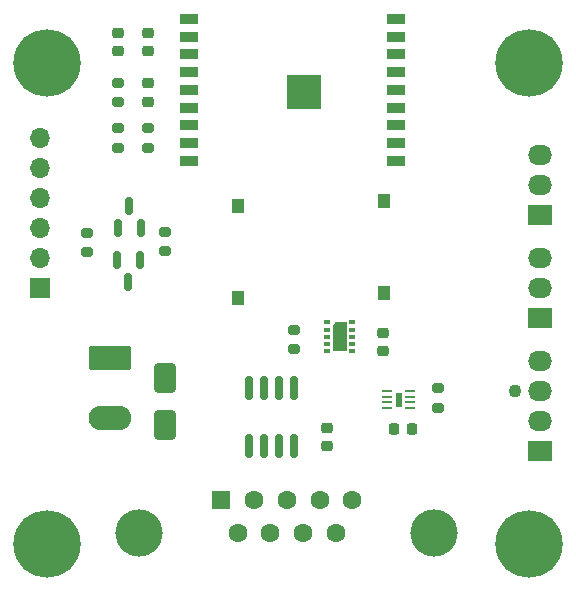
<source format=gbr>
%TF.GenerationSoftware,KiCad,Pcbnew,9.0.0*%
%TF.CreationDate,2025-03-19T13:45:40+03:00*%
%TF.ProjectId,End_striyel Sens_r Mod_l_,456e64fc-7374-4726-9979-656c2053656e,rev?*%
%TF.SameCoordinates,Original*%
%TF.FileFunction,Soldermask,Top*%
%TF.FilePolarity,Negative*%
%FSLAX46Y46*%
G04 Gerber Fmt 4.6, Leading zero omitted, Abs format (unit mm)*
G04 Created by KiCad (PCBNEW 9.0.0) date 2025-03-19 13:45:40*
%MOMM*%
%LPD*%
G01*
G04 APERTURE LIST*
G04 Aperture macros list*
%AMRoundRect*
0 Rectangle with rounded corners*
0 $1 Rounding radius*
0 $2 $3 $4 $5 $6 $7 $8 $9 X,Y pos of 4 corners*
0 Add a 4 corners polygon primitive as box body*
4,1,4,$2,$3,$4,$5,$6,$7,$8,$9,$2,$3,0*
0 Add four circle primitives for the rounded corners*
1,1,$1+$1,$2,$3*
1,1,$1+$1,$4,$5*
1,1,$1+$1,$6,$7*
1,1,$1+$1,$8,$9*
0 Add four rect primitives between the rounded corners*
20,1,$1+$1,$2,$3,$4,$5,0*
20,1,$1+$1,$4,$5,$6,$7,0*
20,1,$1+$1,$6,$7,$8,$9,0*
20,1,$1+$1,$8,$9,$2,$3,0*%
%AMOutline4P*
0 Free polygon, 4 corners , with rotation*
0 The origin of the aperture is its center*
0 number of corners: always 4*
0 $1 to $8 corner X, Y*
0 $9 Rotation angle, in degrees counterclockwise*
0 create outline with 4 corners*
4,1,4,$1,$2,$3,$4,$5,$6,$7,$8,$1,$2,$9*%
G04 Aperture macros list end*
%ADD10C,3.600000*%
%ADD11C,5.700000*%
%ADD12RoundRect,0.225000X0.250000X-0.225000X0.250000X0.225000X-0.250000X0.225000X-0.250000X-0.225000X0*%
%ADD13RoundRect,0.225000X-0.250000X0.225000X-0.250000X-0.225000X0.250000X-0.225000X0.250000X0.225000X0*%
%ADD14RoundRect,0.250000X0.650000X-1.000000X0.650000X1.000000X-0.650000X1.000000X-0.650000X-1.000000X0*%
%ADD15RoundRect,0.150000X-0.150000X0.825000X-0.150000X-0.825000X0.150000X-0.825000X0.150000X0.825000X0*%
%ADD16RoundRect,0.150000X-0.150000X0.587500X-0.150000X-0.587500X0.150000X-0.587500X0.150000X0.587500X0*%
%ADD17R,1.000000X1.250000*%
%ADD18RoundRect,0.200000X-0.275000X0.200000X-0.275000X-0.200000X0.275000X-0.200000X0.275000X0.200000X0*%
%ADD19RoundRect,0.225000X0.225000X0.250000X-0.225000X0.250000X-0.225000X-0.250000X0.225000X-0.250000X0*%
%ADD20RoundRect,0.200000X0.275000X-0.200000X0.275000X0.200000X-0.275000X0.200000X-0.275000X-0.200000X0*%
%ADD21RoundRect,0.150000X0.150000X-0.587500X0.150000X0.587500X-0.150000X0.587500X-0.150000X-0.587500X0*%
%ADD22R,1.500000X0.900000*%
%ADD23C,0.600000*%
%ADD24R,2.900000X2.900000*%
%ADD25R,1.700000X1.700000*%
%ADD26O,1.700000X1.700000*%
%ADD27C,4.000000*%
%ADD28R,1.600000X1.600000*%
%ADD29C,1.600000*%
%ADD30RoundRect,0.062500X-0.325000X-0.062500X0.325000X-0.062500X0.325000X0.062500X-0.325000X0.062500X0*%
%ADD31R,0.600000X1.200000*%
%ADD32RoundRect,0.249999X-1.550001X0.790001X-1.550001X-0.790001X1.550001X-0.790001X1.550001X0.790001X0*%
%ADD33O,3.600000X2.080000*%
%ADD34R,2.030000X1.730000*%
%ADD35O,2.030000X1.730000*%
%ADD36C,1.100000*%
%ADD37R,0.600000X0.400000*%
%ADD38Outline4P,-0.650000X-0.150000X0.650000X-0.150000X0.350000X0.150000X-0.350000X0.150000X0.000000*%
%ADD39R,1.300000X2.200000*%
%ADD40R,1.000000X0.300000*%
G04 APERTURE END LIST*
D10*
%TO.C,H2*%
X131125000Y-109600000D03*
D11*
X131125000Y-109600000D03*
%TD*%
D12*
%TO.C,C17*%
X159550000Y-93225000D03*
X159550000Y-91675000D03*
%TD*%
D13*
%TO.C,C4*%
X139625000Y-66275000D03*
X139625000Y-67825000D03*
%TD*%
D14*
%TO.C,D1*%
X141071600Y-99536000D03*
X141071600Y-95536000D03*
%TD*%
D10*
%TO.C,H1*%
X131125000Y-68850000D03*
D11*
X131125000Y-68850000D03*
%TD*%
D15*
%TO.C,U6*%
X152030000Y-96375000D03*
X150760000Y-96375000D03*
X149490000Y-96375000D03*
X148220000Y-96375000D03*
X148220000Y-101325000D03*
X149490000Y-101325000D03*
X150760000Y-101325000D03*
X152030000Y-101325000D03*
%TD*%
D16*
%TO.C,Q2*%
X138925000Y-85500000D03*
X137025000Y-85500000D03*
X137975000Y-87375000D03*
%TD*%
D12*
%TO.C,C18*%
X154775000Y-101325000D03*
X154775000Y-99775000D03*
%TD*%
D17*
%TO.C,SW1*%
X147225000Y-88750000D03*
X147225000Y-81000000D03*
%TD*%
D18*
%TO.C,R14*%
X139625000Y-74400000D03*
X139625000Y-76050000D03*
%TD*%
D19*
%TO.C,C16*%
X162010000Y-99810000D03*
X160460000Y-99810000D03*
%TD*%
D20*
%TO.C,R12*%
X152025000Y-93100000D03*
X152025000Y-91450000D03*
%TD*%
D17*
%TO.C,SW2*%
X159600000Y-88325000D03*
X159600000Y-80575000D03*
%TD*%
D20*
%TO.C,R2*%
X134475000Y-84900000D03*
X134475000Y-83250000D03*
%TD*%
%TO.C,R1*%
X137125000Y-72175000D03*
X137125000Y-70525000D03*
%TD*%
D21*
%TO.C,Q1*%
X137125000Y-82850000D03*
X139025000Y-82850000D03*
X138075000Y-80975000D03*
%TD*%
D22*
%TO.C,U1*%
X143115000Y-65125000D03*
X143115000Y-66625000D03*
X143115000Y-68125000D03*
X143115000Y-69625000D03*
X143115000Y-71125000D03*
X143115000Y-72625000D03*
X143115000Y-74125000D03*
X143115000Y-75625000D03*
X143115000Y-77125000D03*
X160615000Y-77125000D03*
X160615000Y-75625000D03*
X160615000Y-74125000D03*
X160615000Y-72625000D03*
X160615000Y-71125000D03*
X160615000Y-69625000D03*
X160615000Y-68125000D03*
X160615000Y-66625000D03*
X160615000Y-65125000D03*
D23*
X151725000Y-70775000D03*
X151725000Y-71875000D03*
X152275000Y-70225000D03*
X152275000Y-71325000D03*
X152275000Y-72425000D03*
X152825000Y-70775000D03*
D24*
X152825000Y-71325000D03*
D23*
X152825000Y-71875000D03*
X153375000Y-70225000D03*
X153375000Y-71325000D03*
X153375000Y-72425000D03*
X153925000Y-70775000D03*
X153925000Y-71875000D03*
%TD*%
D25*
%TO.C,J1*%
X130500000Y-87884000D03*
D26*
X130500000Y-85344000D03*
X130500000Y-82804000D03*
X130500000Y-80264000D03*
X130500000Y-77724000D03*
X130500000Y-75184000D03*
%TD*%
D18*
%TO.C,R13*%
X137125000Y-74400000D03*
X137125000Y-76050000D03*
%TD*%
D27*
%TO.C,J5*%
X138895000Y-108690000D03*
X163895000Y-108690000D03*
D28*
X145855000Y-105850000D03*
D29*
X148625000Y-105850000D03*
X151395000Y-105850000D03*
X154165000Y-105850000D03*
X156935000Y-105850000D03*
X147240000Y-108690000D03*
X150010000Y-108690000D03*
X152780000Y-108690000D03*
X155550000Y-108690000D03*
%TD*%
D10*
%TO.C,H3*%
X171875000Y-109600000D03*
D11*
X171875000Y-109600000D03*
%TD*%
D13*
%TO.C,C3*%
X137125000Y-66275000D03*
X137125000Y-67825000D03*
%TD*%
D30*
%TO.C,U4*%
X159912500Y-96600000D03*
X159912500Y-97100000D03*
X159912500Y-97600000D03*
X159912500Y-98100000D03*
X161837500Y-98100000D03*
X161837500Y-97600000D03*
X161837500Y-97100000D03*
X161837500Y-96600000D03*
D31*
X160875000Y-97350000D03*
%TD*%
D32*
%TO.C,J2*%
X136467100Y-93827600D03*
D33*
X136467100Y-98907600D03*
%TD*%
D18*
%TO.C,R3*%
X141075000Y-83150000D03*
X141075000Y-84800000D03*
%TD*%
D10*
%TO.C,H4*%
X171875000Y-68850000D03*
D11*
X171875000Y-68850000D03*
%TD*%
D34*
%TO.C,J3*%
X172875000Y-90465000D03*
D35*
X172875000Y-87925000D03*
X172875000Y-85385000D03*
%TD*%
D13*
%TO.C,C1*%
X139625000Y-70575000D03*
X139625000Y-72125000D03*
%TD*%
D34*
%TO.C,J6*%
X172875000Y-81715000D03*
D35*
X172875000Y-79175000D03*
X172875000Y-76635000D03*
%TD*%
D20*
%TO.C,R11*%
X164210000Y-98060000D03*
X164210000Y-96410000D03*
%TD*%
D36*
%TO.C,J4*%
X170715000Y-96595000D03*
D34*
X172875000Y-101675000D03*
D35*
X172875000Y-99135000D03*
X172875000Y-96595000D03*
X172875000Y-94055000D03*
%TD*%
D37*
%TO.C,U5*%
X154825000Y-90825000D03*
X154825000Y-91425000D03*
X154825000Y-92025000D03*
X154825000Y-92625000D03*
X154825000Y-93225000D03*
X156925000Y-93225000D03*
X156925000Y-92625000D03*
X156925000Y-92025000D03*
X156925000Y-91425000D03*
X156925000Y-90825000D03*
D38*
X155875000Y-90925000D03*
D39*
X155875000Y-92175000D03*
D40*
X156025000Y-90925000D03*
%TD*%
M02*

</source>
